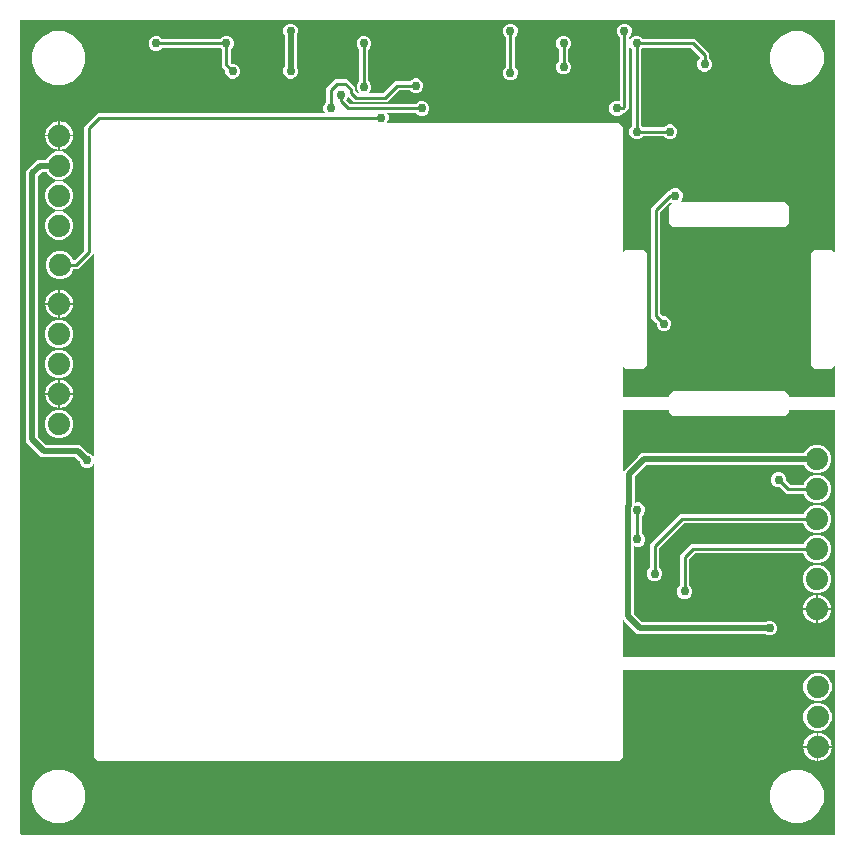
<source format=gbr>
G04 EAGLE Gerber RS-274X export*
G75*
%MOMM*%
%FSLAX34Y34*%
%LPD*%
%INBottom Copper*%
%IPPOS*%
%AMOC8*
5,1,8,0,0,1.08239X$1,22.5*%
G01*
%ADD10C,1.879600*%
%ADD11C,0.756400*%
%ADD12C,0.254000*%
%ADD13C,0.508000*%

G36*
X694589Y5092D02*
X694589Y5092D01*
X694640Y5094D01*
X694672Y5112D01*
X694708Y5120D01*
X694747Y5153D01*
X694792Y5177D01*
X694813Y5207D01*
X694841Y5230D01*
X694862Y5277D01*
X694892Y5319D01*
X694900Y5361D01*
X694912Y5389D01*
X694911Y5419D01*
X694919Y5461D01*
X694919Y144111D01*
X694908Y144161D01*
X694906Y144212D01*
X694888Y144244D01*
X694880Y144280D01*
X694847Y144319D01*
X694823Y144364D01*
X694793Y144385D01*
X694770Y144413D01*
X694723Y144434D01*
X694681Y144464D01*
X694639Y144472D01*
X694611Y144484D01*
X694581Y144483D01*
X694539Y144491D01*
X515842Y144491D01*
X515792Y144480D01*
X515741Y144478D01*
X515709Y144460D01*
X515673Y144452D01*
X515634Y144419D01*
X515589Y144395D01*
X515568Y144365D01*
X515540Y144342D01*
X515519Y144295D01*
X515489Y144253D01*
X515481Y144211D01*
X515469Y144183D01*
X515470Y144153D01*
X515462Y144111D01*
X515462Y70738D01*
X512262Y67538D01*
X70738Y67538D01*
X67538Y70738D01*
X67538Y318179D01*
X67532Y318204D01*
X67535Y318229D01*
X67513Y318287D01*
X67499Y318347D01*
X67482Y318367D01*
X67473Y318391D01*
X67428Y318433D01*
X67389Y318481D01*
X67365Y318492D01*
X67346Y318509D01*
X67287Y318527D01*
X67230Y318552D01*
X67205Y318551D01*
X67180Y318558D01*
X67119Y318548D01*
X67057Y318545D01*
X67035Y318533D01*
X67009Y318529D01*
X66938Y318480D01*
X66905Y318463D01*
X66899Y318454D01*
X66889Y318447D01*
X65082Y316640D01*
X62758Y315677D01*
X60242Y315677D01*
X57918Y316640D01*
X56140Y318418D01*
X55177Y320742D01*
X55177Y320980D01*
X55160Y321054D01*
X55147Y321129D01*
X55140Y321139D01*
X55138Y321149D01*
X55114Y321178D01*
X55066Y321249D01*
X51507Y324808D01*
X51442Y324848D01*
X51380Y324892D01*
X51368Y324894D01*
X51360Y324899D01*
X51323Y324903D01*
X51238Y324919D01*
X22895Y324919D01*
X9919Y337895D01*
X9919Y567105D01*
X19395Y576581D01*
X26887Y576581D01*
X26948Y576595D01*
X27012Y576602D01*
X27032Y576615D01*
X27055Y576620D01*
X27104Y576661D01*
X27158Y576695D01*
X27173Y576717D01*
X27189Y576730D01*
X27204Y576765D01*
X27238Y576815D01*
X27879Y578363D01*
X31237Y581721D01*
X35625Y583539D01*
X40375Y583539D01*
X44763Y581721D01*
X48121Y578363D01*
X49939Y573975D01*
X49939Y569225D01*
X48121Y564837D01*
X44763Y561479D01*
X40375Y559661D01*
X35625Y559661D01*
X31237Y561479D01*
X27879Y564837D01*
X27321Y566185D01*
X27284Y566236D01*
X27253Y566292D01*
X27234Y566306D01*
X27220Y566325D01*
X27164Y566355D01*
X27112Y566392D01*
X27085Y566397D01*
X27067Y566407D01*
X27029Y566408D01*
X26969Y566419D01*
X23762Y566419D01*
X23688Y566402D01*
X23613Y566389D01*
X23603Y566382D01*
X23593Y566380D01*
X23564Y566356D01*
X23493Y566308D01*
X20192Y563007D01*
X20152Y562942D01*
X20108Y562880D01*
X20106Y562868D01*
X20101Y562860D01*
X20097Y562823D01*
X20081Y562738D01*
X20081Y342262D01*
X20098Y342188D01*
X20111Y342113D01*
X20118Y342103D01*
X20120Y342093D01*
X20144Y342064D01*
X20192Y341993D01*
X26993Y335192D01*
X27058Y335152D01*
X27120Y335108D01*
X27132Y335106D01*
X27140Y335101D01*
X27177Y335097D01*
X27262Y335081D01*
X55605Y335081D01*
X62251Y328434D01*
X62316Y328394D01*
X62378Y328350D01*
X62390Y328348D01*
X62398Y328343D01*
X62435Y328339D01*
X62520Y328323D01*
X62758Y328323D01*
X65082Y327360D01*
X66889Y325553D01*
X66911Y325539D01*
X66927Y325519D01*
X66984Y325494D01*
X67036Y325461D01*
X67062Y325459D01*
X67086Y325448D01*
X67147Y325450D01*
X67209Y325445D01*
X67233Y325454D01*
X67259Y325455D01*
X67313Y325484D01*
X67371Y325506D01*
X67388Y325525D01*
X67411Y325537D01*
X67446Y325588D01*
X67488Y325633D01*
X67496Y325658D01*
X67511Y325679D01*
X67527Y325764D01*
X67538Y325799D01*
X67536Y325809D01*
X67538Y325821D01*
X67538Y496231D01*
X67532Y496256D01*
X67535Y496282D01*
X67513Y496340D01*
X67499Y496400D01*
X67482Y496420D01*
X67473Y496444D01*
X67428Y496486D01*
X67389Y496533D01*
X67365Y496544D01*
X67346Y496562D01*
X67287Y496579D01*
X67230Y496604D01*
X67205Y496603D01*
X67180Y496611D01*
X67119Y496600D01*
X67057Y496598D01*
X67035Y496585D01*
X67009Y496581D01*
X66938Y496533D01*
X66905Y496515D01*
X66899Y496507D01*
X66889Y496500D01*
X56422Y486033D01*
X54078Y483689D01*
X50098Y483689D01*
X50036Y483675D01*
X49973Y483668D01*
X49953Y483655D01*
X49929Y483650D01*
X49880Y483609D01*
X49827Y483575D01*
X49812Y483553D01*
X49796Y483540D01*
X49780Y483505D01*
X49747Y483455D01*
X48621Y480737D01*
X45263Y477379D01*
X40875Y475561D01*
X36125Y475561D01*
X31737Y477379D01*
X28379Y480737D01*
X26561Y485125D01*
X26561Y489875D01*
X28379Y494263D01*
X31737Y497621D01*
X36125Y499439D01*
X40875Y499439D01*
X45263Y497621D01*
X48621Y494263D01*
X49747Y491545D01*
X49784Y491494D01*
X49814Y491438D01*
X49834Y491424D01*
X49848Y491405D01*
X49904Y491375D01*
X49956Y491338D01*
X49982Y491333D01*
X50001Y491323D01*
X50038Y491322D01*
X50098Y491311D01*
X50764Y491311D01*
X50838Y491328D01*
X50913Y491341D01*
X50923Y491348D01*
X50933Y491350D01*
X50962Y491374D01*
X51033Y491422D01*
X59078Y499467D01*
X59118Y499532D01*
X59162Y499594D01*
X59164Y499606D01*
X59169Y499614D01*
X59173Y499651D01*
X59189Y499736D01*
X59189Y604578D01*
X70422Y615811D01*
X262330Y615811D01*
X262355Y615817D01*
X262381Y615814D01*
X262438Y615836D01*
X262498Y615850D01*
X262518Y615867D01*
X262543Y615876D01*
X262584Y615921D01*
X262632Y615960D01*
X262643Y615984D01*
X262660Y616003D01*
X262678Y616062D01*
X262703Y616119D01*
X262702Y616145D01*
X262709Y616170D01*
X262699Y616230D01*
X262696Y616292D01*
X262684Y616315D01*
X262679Y616340D01*
X262661Y616367D01*
X261677Y618742D01*
X261677Y621258D01*
X262640Y623582D01*
X264078Y625020D01*
X264087Y625034D01*
X264091Y625038D01*
X264097Y625050D01*
X264118Y625084D01*
X264162Y625146D01*
X264164Y625158D01*
X264169Y625167D01*
X264173Y625204D01*
X264189Y625288D01*
X264189Y637078D01*
X271922Y644811D01*
X281578Y644811D01*
X288811Y637578D01*
X288811Y634668D01*
X288828Y634594D01*
X288841Y634519D01*
X288848Y634509D01*
X288850Y634499D01*
X288874Y634470D01*
X288922Y634399D01*
X290475Y632846D01*
X290540Y632806D01*
X290602Y632762D01*
X290614Y632760D01*
X290622Y632755D01*
X290659Y632751D01*
X290744Y632735D01*
X291406Y632735D01*
X291431Y632741D01*
X291456Y632738D01*
X291514Y632760D01*
X291574Y632774D01*
X291594Y632791D01*
X291618Y632800D01*
X291660Y632845D01*
X291708Y632884D01*
X291719Y632908D01*
X291736Y632927D01*
X291754Y632986D01*
X291779Y633043D01*
X291778Y633068D01*
X291785Y633093D01*
X291775Y633154D01*
X291772Y633216D01*
X291760Y633238D01*
X291756Y633264D01*
X291707Y633335D01*
X291690Y633368D01*
X291681Y633374D01*
X291674Y633384D01*
X290640Y634418D01*
X289677Y636742D01*
X289677Y639258D01*
X290640Y641582D01*
X292078Y643020D01*
X292118Y643084D01*
X292162Y643146D01*
X292164Y643158D01*
X292169Y643167D01*
X292173Y643204D01*
X292189Y643288D01*
X292189Y669712D01*
X292172Y669785D01*
X292159Y669860D01*
X292152Y669870D01*
X292150Y669880D01*
X292126Y669909D01*
X292078Y669980D01*
X290640Y671418D01*
X289677Y673742D01*
X289677Y676258D01*
X290640Y678582D01*
X292418Y680360D01*
X294742Y681323D01*
X297258Y681323D01*
X299582Y680360D01*
X301360Y678582D01*
X302323Y676258D01*
X302323Y673742D01*
X301360Y671418D01*
X299922Y669980D01*
X299882Y669916D01*
X299838Y669854D01*
X299836Y669842D01*
X299831Y669833D01*
X299827Y669796D01*
X299811Y669712D01*
X299811Y643288D01*
X299828Y643214D01*
X299841Y643140D01*
X299848Y643130D01*
X299850Y643120D01*
X299874Y643091D01*
X299922Y643020D01*
X301360Y641582D01*
X302323Y639258D01*
X302323Y636742D01*
X301360Y634418D01*
X300326Y633384D01*
X300312Y633362D01*
X300292Y633346D01*
X300267Y633289D01*
X300234Y633237D01*
X300232Y633211D01*
X300221Y633187D01*
X300223Y633126D01*
X300218Y633064D01*
X300227Y633040D01*
X300228Y633014D01*
X300257Y632960D01*
X300279Y632902D01*
X300298Y632885D01*
X300310Y632862D01*
X300361Y632827D01*
X300406Y632785D01*
X300431Y632777D01*
X300452Y632762D01*
X300537Y632746D01*
X300572Y632735D01*
X300582Y632737D01*
X300594Y632735D01*
X312188Y632735D01*
X312262Y632752D01*
X312337Y632765D01*
X312347Y632772D01*
X312357Y632774D01*
X312386Y632798D01*
X312457Y632846D01*
X322422Y642811D01*
X334712Y642811D01*
X334786Y642828D01*
X334860Y642841D01*
X334870Y642848D01*
X334880Y642850D01*
X334909Y642874D01*
X334980Y642922D01*
X336418Y644360D01*
X338742Y645323D01*
X341258Y645323D01*
X343582Y644360D01*
X345360Y642582D01*
X346323Y640258D01*
X346323Y637742D01*
X345360Y635418D01*
X343582Y633640D01*
X341258Y632677D01*
X338742Y632677D01*
X336418Y633640D01*
X334980Y635078D01*
X334916Y635118D01*
X334854Y635162D01*
X334842Y635164D01*
X334833Y635169D01*
X334796Y635173D01*
X334712Y635189D01*
X325736Y635189D01*
X325662Y635172D01*
X325587Y635159D01*
X325577Y635152D01*
X325567Y635150D01*
X325538Y635126D01*
X325467Y635078D01*
X315502Y625113D01*
X287429Y625113D01*
X283533Y629010D01*
X283072Y629471D01*
X283039Y629491D01*
X283013Y629519D01*
X282967Y629536D01*
X282925Y629562D01*
X282887Y629566D01*
X282851Y629579D01*
X282802Y629574D01*
X282752Y629579D01*
X282717Y629565D01*
X282678Y629561D01*
X282637Y629534D01*
X282591Y629517D01*
X282564Y629489D01*
X282532Y629468D01*
X282498Y629417D01*
X282473Y629390D01*
X282467Y629370D01*
X282452Y629347D01*
X281860Y627918D01*
X281184Y627243D01*
X281157Y627199D01*
X281123Y627162D01*
X281112Y627127D01*
X281093Y627095D01*
X281088Y627045D01*
X281074Y626996D01*
X281080Y626960D01*
X281076Y626923D01*
X281095Y626875D01*
X281103Y626825D01*
X281127Y626790D01*
X281138Y626761D01*
X281160Y626740D01*
X281184Y626705D01*
X283967Y623922D01*
X284032Y623882D01*
X284094Y623838D01*
X284106Y623836D01*
X284114Y623831D01*
X284151Y623827D01*
X284236Y623811D01*
X339712Y623811D01*
X339786Y623828D01*
X339860Y623841D01*
X339870Y623848D01*
X339880Y623850D01*
X339909Y623874D01*
X339980Y623922D01*
X341418Y625360D01*
X343742Y626323D01*
X346258Y626323D01*
X348582Y625360D01*
X350360Y623582D01*
X351323Y621258D01*
X351323Y618742D01*
X350360Y616418D01*
X348582Y614640D01*
X346258Y613677D01*
X343742Y613677D01*
X341418Y614640D01*
X339980Y616078D01*
X339916Y616118D01*
X339854Y616162D01*
X339842Y616164D01*
X339833Y616169D01*
X339796Y616173D01*
X339712Y616189D01*
X316170Y616189D01*
X316145Y616183D01*
X316119Y616186D01*
X316062Y616164D01*
X316002Y616150D01*
X315982Y616133D01*
X315957Y616124D01*
X315916Y616079D01*
X315868Y616040D01*
X315857Y616016D01*
X315840Y615997D01*
X315822Y615938D01*
X315797Y615881D01*
X315798Y615855D01*
X315791Y615830D01*
X315801Y615770D01*
X315804Y615708D01*
X315816Y615685D01*
X315821Y615660D01*
X315839Y615633D01*
X316823Y613258D01*
X316823Y610742D01*
X315860Y608418D01*
X315553Y608111D01*
X315539Y608089D01*
X315519Y608073D01*
X315494Y608016D01*
X315461Y607964D01*
X315459Y607938D01*
X315448Y607914D01*
X315450Y607853D01*
X315445Y607791D01*
X315454Y607767D01*
X315455Y607741D01*
X315484Y607687D01*
X315506Y607629D01*
X315525Y607612D01*
X315537Y607589D01*
X315588Y607554D01*
X315633Y607512D01*
X315658Y607504D01*
X315679Y607489D01*
X315764Y607473D01*
X315799Y607462D01*
X315809Y607464D01*
X315821Y607462D01*
X512262Y607462D01*
X515462Y604262D01*
X515462Y499104D01*
X515468Y499079D01*
X515465Y499053D01*
X515487Y498995D01*
X515501Y498935D01*
X515518Y498915D01*
X515527Y498891D01*
X515572Y498849D01*
X515611Y498801D01*
X515635Y498791D01*
X515654Y498773D01*
X515713Y498756D01*
X515770Y498730D01*
X515795Y498731D01*
X515820Y498724D01*
X515881Y498735D01*
X515943Y498737D01*
X515965Y498749D01*
X515991Y498754D01*
X516062Y498802D01*
X516095Y498820D01*
X516101Y498828D01*
X516111Y498835D01*
X517738Y500462D01*
X532262Y500462D01*
X535462Y497262D01*
X535462Y402738D01*
X532262Y399538D01*
X517738Y399538D01*
X516111Y401165D01*
X516089Y401179D01*
X516073Y401199D01*
X516016Y401224D01*
X515964Y401256D01*
X515938Y401259D01*
X515914Y401270D01*
X515853Y401267D01*
X515791Y401273D01*
X515767Y401264D01*
X515741Y401263D01*
X515687Y401233D01*
X515629Y401211D01*
X515612Y401192D01*
X515589Y401180D01*
X515554Y401130D01*
X515512Y401084D01*
X515504Y401060D01*
X515489Y401038D01*
X515473Y400954D01*
X515462Y400918D01*
X515464Y400908D01*
X515462Y400896D01*
X515462Y375889D01*
X515473Y375839D01*
X515475Y375788D01*
X515493Y375756D01*
X515501Y375720D01*
X515534Y375681D01*
X515558Y375636D01*
X515588Y375615D01*
X515611Y375587D01*
X515658Y375566D01*
X515700Y375536D01*
X515742Y375528D01*
X515770Y375516D01*
X515800Y375517D01*
X515842Y375509D01*
X554158Y375509D01*
X554208Y375520D01*
X554259Y375522D01*
X554291Y375540D01*
X554327Y375548D01*
X554366Y375581D01*
X554411Y375605D01*
X554432Y375635D01*
X554460Y375658D01*
X554481Y375705D01*
X554511Y375747D01*
X554519Y375789D01*
X554531Y375817D01*
X554530Y375847D01*
X554538Y375889D01*
X554538Y377262D01*
X557738Y380462D01*
X652262Y380462D01*
X655462Y377262D01*
X655462Y375889D01*
X655473Y375839D01*
X655475Y375788D01*
X655493Y375756D01*
X655501Y375720D01*
X655534Y375681D01*
X655558Y375636D01*
X655588Y375615D01*
X655611Y375587D01*
X655658Y375566D01*
X655700Y375536D01*
X655742Y375528D01*
X655770Y375516D01*
X655800Y375517D01*
X655842Y375509D01*
X694539Y375509D01*
X694589Y375520D01*
X694640Y375522D01*
X694672Y375540D01*
X694708Y375548D01*
X694747Y375581D01*
X694792Y375605D01*
X694813Y375635D01*
X694841Y375658D01*
X694862Y375705D01*
X694892Y375747D01*
X694900Y375789D01*
X694912Y375817D01*
X694911Y375847D01*
X694919Y375889D01*
X694919Y401277D01*
X694913Y401302D01*
X694916Y401328D01*
X694894Y401386D01*
X694880Y401446D01*
X694863Y401466D01*
X694854Y401490D01*
X694809Y401532D01*
X694770Y401580D01*
X694746Y401590D01*
X694727Y401608D01*
X694668Y401625D01*
X694611Y401651D01*
X694586Y401650D01*
X694561Y401657D01*
X694500Y401646D01*
X694438Y401644D01*
X694416Y401632D01*
X694390Y401627D01*
X694319Y401579D01*
X694286Y401561D01*
X694280Y401553D01*
X694270Y401546D01*
X692262Y399538D01*
X677738Y399538D01*
X674538Y402738D01*
X674538Y497262D01*
X677738Y500462D01*
X692262Y500462D01*
X694270Y498454D01*
X694292Y498440D01*
X694308Y498420D01*
X694365Y498395D01*
X694417Y498363D01*
X694443Y498360D01*
X694467Y498349D01*
X694528Y498352D01*
X694590Y498346D01*
X694614Y498355D01*
X694640Y498356D01*
X694694Y498386D01*
X694752Y498408D01*
X694769Y498427D01*
X694792Y498439D01*
X694827Y498489D01*
X694869Y498535D01*
X694877Y498559D01*
X694892Y498581D01*
X694908Y498665D01*
X694919Y498701D01*
X694917Y498711D01*
X694919Y498723D01*
X694919Y694539D01*
X694908Y694589D01*
X694906Y694640D01*
X694888Y694672D01*
X694880Y694708D01*
X694847Y694747D01*
X694823Y694792D01*
X694793Y694813D01*
X694770Y694841D01*
X694723Y694862D01*
X694681Y694892D01*
X694639Y694900D01*
X694611Y694912D01*
X694581Y694911D01*
X694539Y694919D01*
X5461Y694919D01*
X5411Y694908D01*
X5360Y694906D01*
X5328Y694888D01*
X5292Y694880D01*
X5253Y694847D01*
X5208Y694823D01*
X5187Y694793D01*
X5159Y694770D01*
X5138Y694723D01*
X5108Y694681D01*
X5100Y694639D01*
X5088Y694611D01*
X5089Y694581D01*
X5081Y694539D01*
X5081Y5461D01*
X5092Y5411D01*
X5094Y5360D01*
X5112Y5328D01*
X5120Y5292D01*
X5153Y5253D01*
X5177Y5208D01*
X5207Y5187D01*
X5230Y5159D01*
X5277Y5138D01*
X5319Y5108D01*
X5361Y5100D01*
X5389Y5088D01*
X5419Y5089D01*
X5461Y5081D01*
X694539Y5081D01*
X694589Y5092D01*
G37*
G36*
X694589Y155520D02*
X694589Y155520D01*
X694640Y155522D01*
X694672Y155540D01*
X694708Y155548D01*
X694747Y155581D01*
X694792Y155605D01*
X694813Y155635D01*
X694841Y155658D01*
X694862Y155705D01*
X694892Y155747D01*
X694900Y155789D01*
X694912Y155817D01*
X694911Y155847D01*
X694919Y155889D01*
X694919Y364111D01*
X694908Y364161D01*
X694906Y364212D01*
X694888Y364244D01*
X694880Y364280D01*
X694847Y364319D01*
X694823Y364364D01*
X694793Y364385D01*
X694770Y364413D01*
X694723Y364434D01*
X694681Y364464D01*
X694639Y364472D01*
X694611Y364484D01*
X694581Y364483D01*
X694539Y364491D01*
X655842Y364491D01*
X655792Y364480D01*
X655741Y364478D01*
X655709Y364460D01*
X655673Y364452D01*
X655634Y364419D01*
X655589Y364395D01*
X655568Y364365D01*
X655540Y364342D01*
X655519Y364295D01*
X655489Y364253D01*
X655481Y364211D01*
X655469Y364183D01*
X655470Y364153D01*
X655462Y364111D01*
X655462Y362738D01*
X652262Y359538D01*
X557738Y359538D01*
X554538Y362738D01*
X554538Y364111D01*
X554527Y364161D01*
X554525Y364212D01*
X554507Y364244D01*
X554499Y364280D01*
X554466Y364319D01*
X554442Y364364D01*
X554412Y364385D01*
X554389Y364413D01*
X554342Y364434D01*
X554300Y364464D01*
X554258Y364472D01*
X554230Y364484D01*
X554200Y364483D01*
X554158Y364491D01*
X515842Y364491D01*
X515792Y364480D01*
X515741Y364478D01*
X515709Y364460D01*
X515673Y364452D01*
X515634Y364419D01*
X515589Y364395D01*
X515568Y364365D01*
X515540Y364342D01*
X515519Y364295D01*
X515489Y364253D01*
X515481Y364211D01*
X515469Y364183D01*
X515470Y364153D01*
X515462Y364111D01*
X515462Y313565D01*
X515468Y313540D01*
X515465Y313514D01*
X515487Y313456D01*
X515501Y313396D01*
X515518Y313376D01*
X515527Y313352D01*
X515572Y313310D01*
X515611Y313263D01*
X515635Y313252D01*
X515654Y313234D01*
X515713Y313217D01*
X515770Y313192D01*
X515795Y313193D01*
X515820Y313185D01*
X515881Y313196D01*
X515943Y313198D01*
X515965Y313211D01*
X515991Y313215D01*
X516062Y313263D01*
X516095Y313281D01*
X516101Y313289D01*
X516111Y313296D01*
X527808Y324993D01*
X530895Y328081D01*
X668428Y328081D01*
X668490Y328095D01*
X668553Y328102D01*
X668573Y328115D01*
X668597Y328120D01*
X668646Y328161D01*
X668699Y328195D01*
X668714Y328217D01*
X668730Y328230D01*
X668746Y328265D01*
X668779Y328315D01*
X669379Y329763D01*
X672737Y333121D01*
X677125Y334939D01*
X681875Y334939D01*
X686263Y333121D01*
X689621Y329763D01*
X691439Y325375D01*
X691439Y320625D01*
X689621Y316237D01*
X686263Y312879D01*
X681875Y311061D01*
X677125Y311061D01*
X672737Y312879D01*
X669379Y316237D01*
X668779Y317685D01*
X668742Y317736D01*
X668712Y317792D01*
X668692Y317806D01*
X668678Y317825D01*
X668622Y317855D01*
X668570Y317892D01*
X668544Y317897D01*
X668525Y317907D01*
X668488Y317908D01*
X668428Y317919D01*
X535262Y317919D01*
X535188Y317902D01*
X535113Y317889D01*
X535103Y317882D01*
X535093Y317880D01*
X535064Y317856D01*
X534993Y317808D01*
X525192Y308007D01*
X525183Y307993D01*
X525180Y307990D01*
X525177Y307982D01*
X525152Y307942D01*
X525108Y307880D01*
X525106Y307868D01*
X525101Y307860D01*
X525097Y307823D01*
X525081Y307738D01*
X525081Y286411D01*
X525090Y286373D01*
X525088Y286335D01*
X525109Y286290D01*
X525120Y286242D01*
X525145Y286212D01*
X525161Y286177D01*
X525199Y286146D01*
X525230Y286108D01*
X525266Y286093D01*
X525295Y286068D01*
X525344Y286058D01*
X525389Y286037D01*
X525427Y286039D01*
X525465Y286030D01*
X525524Y286043D01*
X525562Y286044D01*
X525580Y286054D01*
X525607Y286059D01*
X526242Y286323D01*
X528758Y286323D01*
X531082Y285360D01*
X532860Y283582D01*
X533823Y281258D01*
X533823Y278742D01*
X532860Y276418D01*
X531422Y274980D01*
X531382Y274916D01*
X531338Y274854D01*
X531336Y274842D01*
X531331Y274833D01*
X531327Y274796D01*
X531319Y274753D01*
X531318Y274750D01*
X531318Y274748D01*
X531311Y274712D01*
X531311Y260288D01*
X531328Y260214D01*
X531341Y260140D01*
X531348Y260130D01*
X531350Y260120D01*
X531374Y260091D01*
X531422Y260020D01*
X532860Y258582D01*
X533823Y256258D01*
X533823Y253742D01*
X532860Y251418D01*
X531082Y249640D01*
X528758Y248677D01*
X526242Y248677D01*
X525261Y249084D01*
X525223Y249090D01*
X525187Y249106D01*
X525138Y249104D01*
X525090Y249112D01*
X525053Y249101D01*
X525014Y249099D01*
X524971Y249076D01*
X524924Y249061D01*
X524896Y249035D01*
X524862Y249017D01*
X524834Y248976D01*
X524798Y248942D01*
X524784Y248906D01*
X524762Y248875D01*
X524751Y248815D01*
X524738Y248780D01*
X524740Y248759D01*
X524735Y248733D01*
X524735Y192262D01*
X524752Y192188D01*
X524765Y192113D01*
X524772Y192103D01*
X524774Y192093D01*
X524798Y192064D01*
X524846Y191993D01*
X531647Y185192D01*
X531712Y185152D01*
X531774Y185108D01*
X531786Y185106D01*
X531794Y185101D01*
X531831Y185097D01*
X531916Y185081D01*
X635482Y185081D01*
X635556Y185098D01*
X635630Y185111D01*
X635640Y185118D01*
X635650Y185120D01*
X635679Y185144D01*
X635750Y185192D01*
X635918Y185360D01*
X638242Y186323D01*
X640758Y186323D01*
X643082Y185360D01*
X644860Y183582D01*
X645823Y181258D01*
X645823Y178742D01*
X644860Y176418D01*
X643082Y174640D01*
X640758Y173677D01*
X638242Y173677D01*
X635918Y174640D01*
X635750Y174808D01*
X635686Y174848D01*
X635624Y174892D01*
X635612Y174894D01*
X635603Y174899D01*
X635566Y174903D01*
X635482Y174919D01*
X527549Y174919D01*
X516111Y186358D01*
X516089Y186372D01*
X516073Y186391D01*
X516016Y186417D01*
X516013Y186419D01*
X515994Y186432D01*
X515990Y186433D01*
X515964Y186449D01*
X515938Y186452D01*
X515914Y186462D01*
X515853Y186460D01*
X515791Y186466D01*
X515767Y186457D01*
X515741Y186456D01*
X515687Y186426D01*
X515629Y186404D01*
X515612Y186385D01*
X515589Y186373D01*
X515554Y186323D01*
X515551Y186319D01*
X515540Y186310D01*
X515537Y186305D01*
X515512Y186277D01*
X515504Y186252D01*
X515489Y186231D01*
X515478Y186173D01*
X515469Y186152D01*
X515469Y186135D01*
X515462Y186111D01*
X515464Y186101D01*
X515462Y186089D01*
X515462Y155889D01*
X515473Y155839D01*
X515475Y155788D01*
X515493Y155756D01*
X515501Y155720D01*
X515534Y155681D01*
X515558Y155636D01*
X515588Y155615D01*
X515611Y155587D01*
X515658Y155566D01*
X515700Y155536D01*
X515742Y155528D01*
X515770Y155516D01*
X515800Y155517D01*
X515842Y155509D01*
X694539Y155509D01*
X694589Y155520D01*
G37*
%LPC*%
G36*
X548742Y431177D02*
X548742Y431177D01*
X546418Y432140D01*
X544640Y433918D01*
X543677Y436242D01*
X543677Y438276D01*
X543660Y438350D01*
X543647Y438425D01*
X543640Y438435D01*
X543638Y438445D01*
X543614Y438474D01*
X543566Y438545D01*
X539378Y442733D01*
X539378Y535767D01*
X553422Y549811D01*
X554212Y549811D01*
X554286Y549828D01*
X554360Y549841D01*
X554370Y549848D01*
X554380Y549850D01*
X554409Y549874D01*
X554480Y549922D01*
X555918Y551360D01*
X558242Y552323D01*
X560758Y552323D01*
X563082Y551360D01*
X564860Y549582D01*
X565823Y547258D01*
X565823Y544742D01*
X564860Y542418D01*
X563553Y541111D01*
X563541Y541093D01*
X563530Y541084D01*
X563529Y541080D01*
X563519Y541073D01*
X563494Y541016D01*
X563461Y540964D01*
X563459Y540938D01*
X563448Y540914D01*
X563450Y540853D01*
X563445Y540791D01*
X563454Y540767D01*
X563455Y540741D01*
X563484Y540687D01*
X563506Y540629D01*
X563525Y540612D01*
X563537Y540589D01*
X563588Y540554D01*
X563633Y540512D01*
X563658Y540504D01*
X563679Y540489D01*
X563764Y540473D01*
X563799Y540462D01*
X563809Y540464D01*
X563821Y540462D01*
X652262Y540462D01*
X655462Y537262D01*
X655462Y522738D01*
X652262Y519538D01*
X557738Y519538D01*
X554538Y522738D01*
X554538Y537262D01*
X556928Y539652D01*
X556949Y539685D01*
X556977Y539712D01*
X556994Y539758D01*
X557020Y539800D01*
X557023Y539838D01*
X557037Y539874D01*
X557032Y539923D01*
X557036Y539972D01*
X557023Y540008D01*
X557019Y540046D01*
X556992Y540088D01*
X556975Y540134D01*
X556947Y540160D01*
X556926Y540193D01*
X556875Y540226D01*
X556848Y540252D01*
X556828Y540258D01*
X556805Y540273D01*
X555918Y540640D01*
X555743Y540816D01*
X555699Y540843D01*
X555662Y540877D01*
X555627Y540888D01*
X555595Y540907D01*
X555545Y540912D01*
X555496Y540926D01*
X555459Y540920D01*
X555423Y540924D01*
X555375Y540905D01*
X555325Y540897D01*
X555290Y540873D01*
X555261Y540862D01*
X555240Y540840D01*
X555205Y540816D01*
X547111Y532722D01*
X547071Y532657D01*
X547027Y532595D01*
X547025Y532583D01*
X547020Y532575D01*
X547016Y532538D01*
X547000Y532453D01*
X547000Y446047D01*
X547017Y445973D01*
X547030Y445898D01*
X547037Y445888D01*
X547039Y445878D01*
X547063Y445849D01*
X547111Y445778D01*
X548955Y443934D01*
X549020Y443894D01*
X549082Y443850D01*
X549094Y443848D01*
X549102Y443843D01*
X549139Y443839D01*
X549224Y443823D01*
X551258Y443823D01*
X553582Y442860D01*
X555360Y441082D01*
X556323Y438758D01*
X556323Y436242D01*
X555360Y433918D01*
X553582Y432140D01*
X551258Y431177D01*
X548742Y431177D01*
G37*
%LPD*%
%LPC*%
G36*
X525742Y593677D02*
X525742Y593677D01*
X523418Y594640D01*
X521640Y596418D01*
X520677Y598742D01*
X520677Y601258D01*
X521640Y603582D01*
X523078Y605020D01*
X523118Y605084D01*
X523162Y605146D01*
X523164Y605158D01*
X523169Y605167D01*
X523173Y605204D01*
X523189Y605288D01*
X523189Y669712D01*
X523172Y669785D01*
X523159Y669860D01*
X523152Y669870D01*
X523150Y669880D01*
X523126Y669909D01*
X523078Y669980D01*
X521640Y671418D01*
X521042Y672861D01*
X521035Y672872D01*
X521032Y672884D01*
X520985Y672942D01*
X520941Y673002D01*
X520930Y673008D01*
X520922Y673018D01*
X520854Y673048D01*
X520788Y673083D01*
X520775Y673084D01*
X520763Y673089D01*
X520689Y673086D01*
X520615Y673088D01*
X520603Y673083D01*
X520590Y673082D01*
X520525Y673047D01*
X520458Y673016D01*
X520449Y673006D01*
X520438Y673000D01*
X520396Y672939D01*
X520349Y672881D01*
X520346Y672868D01*
X520338Y672858D01*
X520311Y672716D01*
X520311Y619922D01*
X516578Y616189D01*
X515288Y616189D01*
X515214Y616172D01*
X515140Y616159D01*
X515130Y616152D01*
X515120Y616150D01*
X515091Y616126D01*
X515020Y616078D01*
X513582Y614640D01*
X511258Y613677D01*
X508742Y613677D01*
X506418Y614640D01*
X504640Y616418D01*
X503677Y618742D01*
X503677Y621258D01*
X504640Y623582D01*
X506418Y625360D01*
X508742Y626323D01*
X511258Y626323D01*
X512163Y625948D01*
X512201Y625941D01*
X512237Y625926D01*
X512286Y625927D01*
X512334Y625919D01*
X512371Y625931D01*
X512410Y625932D01*
X512453Y625956D01*
X512500Y625970D01*
X512528Y625997D01*
X512562Y626015D01*
X512590Y626055D01*
X512626Y626089D01*
X512639Y626125D01*
X512662Y626157D01*
X512673Y626216D01*
X512686Y626252D01*
X512684Y626272D01*
X512689Y626299D01*
X512689Y680212D01*
X512672Y680286D01*
X512659Y680360D01*
X512652Y680370D01*
X512650Y680380D01*
X512626Y680409D01*
X512578Y680480D01*
X511140Y681918D01*
X510177Y684242D01*
X510177Y686758D01*
X511140Y689082D01*
X512918Y690860D01*
X515242Y691823D01*
X517758Y691823D01*
X520082Y690860D01*
X521860Y689082D01*
X522823Y686758D01*
X522823Y684242D01*
X521860Y681918D01*
X520422Y680480D01*
X520382Y680416D01*
X520338Y680354D01*
X520336Y680342D01*
X520331Y680333D01*
X520327Y680296D01*
X520311Y680212D01*
X520311Y677284D01*
X520314Y677272D01*
X520312Y677259D01*
X520333Y677188D01*
X520350Y677116D01*
X520358Y677106D01*
X520362Y677093D01*
X520413Y677039D01*
X520460Y676982D01*
X520472Y676977D01*
X520481Y676967D01*
X520551Y676941D01*
X520619Y676911D01*
X520632Y676912D01*
X520644Y676907D01*
X520717Y676915D01*
X520792Y676918D01*
X520803Y676924D01*
X520816Y676925D01*
X520879Y676965D01*
X520944Y677000D01*
X520951Y677011D01*
X520962Y677018D01*
X521042Y677139D01*
X521640Y678582D01*
X523418Y680360D01*
X525742Y681323D01*
X528258Y681323D01*
X530582Y680360D01*
X531881Y679061D01*
X531945Y679021D01*
X532007Y678977D01*
X532019Y678975D01*
X532028Y678970D01*
X532065Y678966D01*
X532150Y678950D01*
X575940Y678950D01*
X578283Y676606D01*
X585967Y668922D01*
X588311Y666578D01*
X588311Y662788D01*
X588328Y662714D01*
X588341Y662640D01*
X588348Y662630D01*
X588350Y662620D01*
X588374Y662591D01*
X588422Y662520D01*
X589860Y661082D01*
X590823Y658758D01*
X590823Y656242D01*
X589860Y653918D01*
X588082Y652140D01*
X585758Y651177D01*
X583242Y651177D01*
X580918Y652140D01*
X579140Y653918D01*
X578177Y656242D01*
X578177Y658758D01*
X579140Y661082D01*
X580578Y662520D01*
X580618Y662584D01*
X580662Y662646D01*
X580664Y662658D01*
X580669Y662667D01*
X580673Y662704D01*
X580689Y662788D01*
X580689Y663264D01*
X580672Y663338D01*
X580659Y663413D01*
X580652Y663423D01*
X580650Y663433D01*
X580626Y663462D01*
X580578Y663533D01*
X572894Y671217D01*
X572829Y671257D01*
X572767Y671301D01*
X572755Y671303D01*
X572747Y671308D01*
X572710Y671312D01*
X572625Y671328D01*
X532427Y671328D01*
X532353Y671311D01*
X532279Y671298D01*
X532268Y671291D01*
X532259Y671289D01*
X532230Y671265D01*
X532159Y671217D01*
X530922Y669980D01*
X530882Y669916D01*
X530838Y669854D01*
X530836Y669842D01*
X530831Y669833D01*
X530827Y669796D01*
X530811Y669712D01*
X530811Y605288D01*
X530828Y605214D01*
X530841Y605140D01*
X530848Y605130D01*
X530850Y605120D01*
X530874Y605091D01*
X530922Y605020D01*
X532020Y603922D01*
X532084Y603882D01*
X532146Y603838D01*
X532158Y603836D01*
X532167Y603831D01*
X532204Y603827D01*
X532288Y603811D01*
X549712Y603811D01*
X549786Y603828D01*
X549860Y603841D01*
X549870Y603848D01*
X549880Y603850D01*
X549909Y603874D01*
X549980Y603922D01*
X551418Y605360D01*
X553742Y606323D01*
X556258Y606323D01*
X558582Y605360D01*
X560360Y603582D01*
X561323Y601258D01*
X561323Y598742D01*
X560360Y596418D01*
X558582Y594640D01*
X556258Y593677D01*
X553742Y593677D01*
X551418Y594640D01*
X549980Y596078D01*
X549916Y596118D01*
X549854Y596162D01*
X549842Y596164D01*
X549833Y596169D01*
X549796Y596173D01*
X549712Y596189D01*
X532288Y596189D01*
X532214Y596172D01*
X532140Y596159D01*
X532130Y596152D01*
X532120Y596150D01*
X532091Y596126D01*
X532020Y596078D01*
X530582Y594640D01*
X528258Y593677D01*
X525742Y593677D01*
G37*
%LPD*%
%LPC*%
G36*
X540742Y219677D02*
X540742Y219677D01*
X538418Y220640D01*
X536640Y222418D01*
X535677Y224742D01*
X535677Y227258D01*
X536640Y229582D01*
X538078Y231020D01*
X538118Y231084D01*
X538162Y231146D01*
X538164Y231158D01*
X538169Y231167D01*
X538173Y231204D01*
X538189Y231288D01*
X538189Y251078D01*
X563522Y276411D01*
X668068Y276411D01*
X668130Y276425D01*
X668193Y276432D01*
X668213Y276445D01*
X668236Y276450D01*
X668285Y276491D01*
X668339Y276525D01*
X668354Y276547D01*
X668370Y276560D01*
X668385Y276595D01*
X668419Y276645D01*
X669379Y278963D01*
X672737Y282321D01*
X677125Y284139D01*
X681875Y284139D01*
X686263Y282321D01*
X689621Y278963D01*
X691439Y274575D01*
X691439Y269825D01*
X689621Y265437D01*
X686263Y262079D01*
X681875Y260261D01*
X677125Y260261D01*
X672737Y262079D01*
X669379Y265437D01*
X668088Y268555D01*
X668051Y268606D01*
X668020Y268662D01*
X668001Y268676D01*
X667987Y268695D01*
X667930Y268725D01*
X667879Y268762D01*
X667852Y268767D01*
X667834Y268777D01*
X667796Y268778D01*
X667736Y268789D01*
X566836Y268789D01*
X566762Y268772D01*
X566687Y268759D01*
X566677Y268752D01*
X566667Y268750D01*
X566638Y268726D01*
X566567Y268678D01*
X545922Y248033D01*
X545882Y247968D01*
X545838Y247906D01*
X545836Y247894D01*
X545831Y247886D01*
X545827Y247849D01*
X545811Y247764D01*
X545811Y231288D01*
X545824Y231231D01*
X545824Y231229D01*
X545825Y231228D01*
X545828Y231214D01*
X545841Y231140D01*
X545848Y231130D01*
X545850Y231120D01*
X545874Y231091D01*
X545922Y231020D01*
X547360Y229582D01*
X548323Y227258D01*
X548323Y224742D01*
X547360Y222418D01*
X545582Y220640D01*
X543258Y219677D01*
X540742Y219677D01*
G37*
%LPD*%
%LPC*%
G36*
X33008Y639919D02*
X33008Y639919D01*
X24709Y643357D01*
X18357Y649709D01*
X14919Y658008D01*
X14919Y666992D01*
X18357Y675291D01*
X24709Y681643D01*
X33008Y685081D01*
X41992Y685081D01*
X50291Y681643D01*
X56643Y675291D01*
X60081Y666992D01*
X60081Y658008D01*
X56643Y649709D01*
X50291Y643357D01*
X41992Y639919D01*
X33008Y639919D01*
G37*
%LPD*%
%LPC*%
G36*
X658008Y639919D02*
X658008Y639919D01*
X649709Y643357D01*
X643357Y649709D01*
X639919Y658008D01*
X639919Y666992D01*
X643357Y675291D01*
X649709Y681643D01*
X658008Y685081D01*
X666992Y685081D01*
X675291Y681643D01*
X681643Y675291D01*
X685081Y666992D01*
X685081Y658008D01*
X681643Y649709D01*
X675291Y643357D01*
X666992Y639919D01*
X658008Y639919D01*
G37*
%LPD*%
%LPC*%
G36*
X33008Y14919D02*
X33008Y14919D01*
X24709Y18357D01*
X18357Y24709D01*
X14919Y33008D01*
X14919Y41992D01*
X18357Y50291D01*
X24709Y56643D01*
X33008Y60081D01*
X41992Y60081D01*
X50291Y56643D01*
X56643Y50291D01*
X60081Y41992D01*
X60081Y33008D01*
X56643Y24709D01*
X50291Y18357D01*
X41992Y14919D01*
X33008Y14919D01*
G37*
%LPD*%
%LPC*%
G36*
X658008Y14919D02*
X658008Y14919D01*
X649709Y18357D01*
X643357Y24709D01*
X639919Y33008D01*
X639919Y41992D01*
X643357Y50291D01*
X649709Y56643D01*
X658008Y60081D01*
X666992Y60081D01*
X675291Y56643D01*
X681643Y50291D01*
X685081Y41992D01*
X685081Y33008D01*
X681643Y24709D01*
X675291Y18357D01*
X666992Y14919D01*
X658008Y14919D01*
G37*
%LPD*%
%LPC*%
G36*
X566242Y204677D02*
X566242Y204677D01*
X563918Y205640D01*
X562140Y207418D01*
X561177Y209742D01*
X561177Y212258D01*
X562140Y214582D01*
X563578Y216020D01*
X563618Y216084D01*
X563662Y216146D01*
X563664Y216158D01*
X563669Y216167D01*
X563673Y216204D01*
X563689Y216288D01*
X563689Y241578D01*
X572922Y250811D01*
X667985Y250811D01*
X668047Y250825D01*
X668110Y250832D01*
X668130Y250845D01*
X668154Y250850D01*
X668203Y250891D01*
X668256Y250925D01*
X668271Y250947D01*
X668287Y250960D01*
X668303Y250995D01*
X668336Y251045D01*
X669379Y253563D01*
X672737Y256921D01*
X677125Y258739D01*
X681875Y258739D01*
X686263Y256921D01*
X689621Y253563D01*
X691439Y249175D01*
X691439Y244425D01*
X689621Y240037D01*
X686263Y236679D01*
X681875Y234861D01*
X677125Y234861D01*
X672737Y236679D01*
X669379Y240037D01*
X668170Y242955D01*
X668133Y243006D01*
X668103Y243062D01*
X668083Y243076D01*
X668069Y243095D01*
X668013Y243125D01*
X667961Y243162D01*
X667935Y243167D01*
X667916Y243177D01*
X667879Y243178D01*
X667819Y243189D01*
X576236Y243189D01*
X576162Y243172D01*
X576087Y243159D01*
X576077Y243152D01*
X576067Y243150D01*
X576038Y243126D01*
X575967Y243078D01*
X571422Y238533D01*
X571382Y238468D01*
X571338Y238406D01*
X571336Y238394D01*
X571331Y238386D01*
X571327Y238349D01*
X571311Y238264D01*
X571311Y216288D01*
X571328Y216214D01*
X571341Y216140D01*
X571348Y216130D01*
X571350Y216120D01*
X571374Y216091D01*
X571422Y216020D01*
X572860Y214582D01*
X573823Y212258D01*
X573823Y209742D01*
X572860Y207418D01*
X571082Y205640D01*
X568758Y204677D01*
X566242Y204677D01*
G37*
%LPD*%
%LPC*%
G36*
X183742Y645177D02*
X183742Y645177D01*
X181418Y646140D01*
X179640Y647918D01*
X178677Y650242D01*
X178677Y652276D01*
X178665Y652328D01*
X178664Y652367D01*
X178654Y652385D01*
X178647Y652425D01*
X178640Y652435D01*
X178638Y652445D01*
X178614Y652474D01*
X178566Y652545D01*
X175689Y655422D01*
X175689Y669712D01*
X175672Y669785D01*
X175659Y669860D01*
X175652Y669870D01*
X175650Y669880D01*
X175626Y669909D01*
X175578Y669980D01*
X174480Y671078D01*
X174416Y671118D01*
X174354Y671162D01*
X174342Y671164D01*
X174333Y671169D01*
X174296Y671173D01*
X174212Y671189D01*
X125288Y671189D01*
X125214Y671172D01*
X125140Y671159D01*
X125130Y671152D01*
X125120Y671150D01*
X125091Y671126D01*
X125020Y671078D01*
X123582Y669640D01*
X121258Y668677D01*
X118742Y668677D01*
X116418Y669640D01*
X114640Y671418D01*
X113677Y673742D01*
X113677Y676258D01*
X114640Y678582D01*
X116418Y680360D01*
X118742Y681323D01*
X121258Y681323D01*
X123582Y680360D01*
X125020Y678922D01*
X125084Y678882D01*
X125146Y678838D01*
X125158Y678836D01*
X125167Y678831D01*
X125204Y678827D01*
X125288Y678811D01*
X174212Y678811D01*
X174286Y678828D01*
X174360Y678841D01*
X174370Y678848D01*
X174380Y678850D01*
X174409Y678874D01*
X174480Y678922D01*
X175918Y680360D01*
X178242Y681323D01*
X180758Y681323D01*
X183082Y680360D01*
X184860Y678582D01*
X185823Y676258D01*
X185823Y673742D01*
X184860Y671418D01*
X183422Y669980D01*
X183382Y669916D01*
X183338Y669854D01*
X183336Y669842D01*
X183331Y669833D01*
X183327Y669796D01*
X183311Y669712D01*
X183311Y658736D01*
X183328Y658662D01*
X183329Y658658D01*
X183330Y658630D01*
X183335Y658619D01*
X183341Y658587D01*
X183348Y658577D01*
X183350Y658567D01*
X183374Y658538D01*
X183402Y658497D01*
X183413Y658478D01*
X183417Y658474D01*
X183422Y658467D01*
X183955Y657934D01*
X184020Y657894D01*
X184082Y657850D01*
X184094Y657848D01*
X184102Y657843D01*
X184139Y657839D01*
X184224Y657823D01*
X186258Y657823D01*
X188582Y656860D01*
X190360Y655082D01*
X191323Y652758D01*
X191323Y650242D01*
X190360Y647918D01*
X188582Y646140D01*
X186258Y645177D01*
X183742Y645177D01*
G37*
%LPD*%
%LPC*%
G36*
X677125Y285661D02*
X677125Y285661D01*
X672737Y287479D01*
X669379Y290837D01*
X668253Y293555D01*
X668216Y293606D01*
X668186Y293662D01*
X668166Y293676D01*
X668152Y293695D01*
X668096Y293725D01*
X668044Y293762D01*
X668018Y293767D01*
X667999Y293777D01*
X667962Y293778D01*
X667902Y293789D01*
X653322Y293789D01*
X648045Y299066D01*
X647980Y299106D01*
X647918Y299150D01*
X647906Y299152D01*
X647898Y299157D01*
X647861Y299161D01*
X647776Y299177D01*
X645742Y299177D01*
X643418Y300140D01*
X641640Y301918D01*
X640677Y304242D01*
X640677Y306758D01*
X641640Y309082D01*
X643418Y310860D01*
X645742Y311823D01*
X648258Y311823D01*
X650582Y310860D01*
X652360Y309082D01*
X653323Y306758D01*
X653323Y304724D01*
X653340Y304650D01*
X653342Y304641D01*
X653343Y304617D01*
X653347Y304608D01*
X653353Y304575D01*
X653360Y304565D01*
X653362Y304555D01*
X653386Y304526D01*
X653416Y304482D01*
X653425Y304465D01*
X653430Y304462D01*
X653434Y304455D01*
X656367Y301522D01*
X656432Y301482D01*
X656494Y301438D01*
X656506Y301436D01*
X656514Y301431D01*
X656551Y301427D01*
X656636Y301411D01*
X667902Y301411D01*
X667964Y301425D01*
X668027Y301432D01*
X668047Y301445D01*
X668071Y301450D01*
X668120Y301491D01*
X668173Y301525D01*
X668188Y301547D01*
X668204Y301560D01*
X668220Y301595D01*
X668253Y301645D01*
X669379Y304363D01*
X672737Y307721D01*
X677125Y309539D01*
X681875Y309539D01*
X686263Y307721D01*
X689621Y304363D01*
X691439Y299975D01*
X691439Y295225D01*
X689621Y290837D01*
X686263Y287479D01*
X681875Y285661D01*
X677125Y285661D01*
G37*
%LPD*%
%LPC*%
G36*
X232742Y645177D02*
X232742Y645177D01*
X230418Y646140D01*
X228640Y647918D01*
X227677Y650242D01*
X227677Y652758D01*
X228640Y655082D01*
X228808Y655250D01*
X228848Y655314D01*
X228892Y655376D01*
X228894Y655388D01*
X228899Y655397D01*
X228903Y655434D01*
X228919Y655518D01*
X228919Y681482D01*
X228902Y681556D01*
X228889Y681630D01*
X228882Y681640D01*
X228880Y681650D01*
X228856Y681679D01*
X228808Y681750D01*
X228640Y681918D01*
X227677Y684242D01*
X227677Y686758D01*
X228640Y689082D01*
X230418Y690860D01*
X232742Y691823D01*
X235258Y691823D01*
X237582Y690860D01*
X239360Y689082D01*
X240323Y686758D01*
X240323Y684242D01*
X239360Y681918D01*
X239192Y681750D01*
X239152Y681686D01*
X239108Y681624D01*
X239106Y681612D01*
X239101Y681603D01*
X239097Y681566D01*
X239081Y681482D01*
X239081Y655518D01*
X239098Y655444D01*
X239111Y655370D01*
X239118Y655360D01*
X239120Y655350D01*
X239144Y655321D01*
X239192Y655250D01*
X239360Y655082D01*
X240323Y652758D01*
X240323Y650242D01*
X239360Y647918D01*
X237582Y646140D01*
X235258Y645177D01*
X232742Y645177D01*
G37*
%LPD*%
%LPC*%
G36*
X35625Y417261D02*
X35625Y417261D01*
X31237Y419079D01*
X27879Y422437D01*
X26061Y426825D01*
X26061Y431575D01*
X27879Y435963D01*
X31237Y439321D01*
X35625Y441139D01*
X40375Y441139D01*
X44763Y439321D01*
X48121Y435963D01*
X49939Y431575D01*
X49939Y426825D01*
X48121Y422437D01*
X44763Y419079D01*
X40375Y417261D01*
X35625Y417261D01*
G37*
%LPD*%
%LPC*%
G36*
X677625Y118361D02*
X677625Y118361D01*
X673237Y120179D01*
X669879Y123537D01*
X668061Y127925D01*
X668061Y132675D01*
X669879Y137063D01*
X673237Y140421D01*
X677625Y142239D01*
X682375Y142239D01*
X686763Y140421D01*
X690121Y137063D01*
X691939Y132675D01*
X691939Y127925D01*
X690121Y123537D01*
X686763Y120179D01*
X682375Y118361D01*
X677625Y118361D01*
G37*
%LPD*%
%LPC*%
G36*
X677125Y209461D02*
X677125Y209461D01*
X672737Y211279D01*
X669379Y214637D01*
X667561Y219025D01*
X667561Y223775D01*
X669379Y228163D01*
X672737Y231521D01*
X677125Y233339D01*
X681875Y233339D01*
X686263Y231521D01*
X689621Y228163D01*
X691439Y223775D01*
X691439Y219025D01*
X689621Y214637D01*
X686263Y211279D01*
X681875Y209461D01*
X677125Y209461D01*
G37*
%LPD*%
%LPC*%
G36*
X35625Y534261D02*
X35625Y534261D01*
X31237Y536079D01*
X27879Y539437D01*
X26061Y543825D01*
X26061Y548575D01*
X27879Y552963D01*
X31237Y556321D01*
X35625Y558139D01*
X40375Y558139D01*
X44763Y556321D01*
X48121Y552963D01*
X49939Y548575D01*
X49939Y543825D01*
X48121Y539437D01*
X44763Y536079D01*
X40375Y534261D01*
X35625Y534261D01*
G37*
%LPD*%
%LPC*%
G36*
X35625Y508861D02*
X35625Y508861D01*
X31237Y510679D01*
X27879Y514037D01*
X26061Y518425D01*
X26061Y523175D01*
X27879Y527563D01*
X31237Y530921D01*
X35625Y532739D01*
X40375Y532739D01*
X44763Y530921D01*
X48121Y527563D01*
X49939Y523175D01*
X49939Y518425D01*
X48121Y514037D01*
X44763Y510679D01*
X40375Y508861D01*
X35625Y508861D01*
G37*
%LPD*%
%LPC*%
G36*
X35625Y391861D02*
X35625Y391861D01*
X31237Y393679D01*
X27879Y397037D01*
X26061Y401425D01*
X26061Y406175D01*
X27879Y410563D01*
X31237Y413921D01*
X35625Y415739D01*
X40375Y415739D01*
X44763Y413921D01*
X48121Y410563D01*
X49939Y406175D01*
X49939Y401425D01*
X48121Y397037D01*
X44763Y393679D01*
X40375Y391861D01*
X35625Y391861D01*
G37*
%LPD*%
%LPC*%
G36*
X35625Y341061D02*
X35625Y341061D01*
X31237Y342879D01*
X27879Y346237D01*
X26061Y350625D01*
X26061Y355375D01*
X27879Y359763D01*
X31237Y363121D01*
X35625Y364939D01*
X40375Y364939D01*
X44763Y363121D01*
X48121Y359763D01*
X49939Y355375D01*
X49939Y350625D01*
X48121Y346237D01*
X44763Y342879D01*
X40375Y341061D01*
X35625Y341061D01*
G37*
%LPD*%
%LPC*%
G36*
X677625Y92961D02*
X677625Y92961D01*
X673237Y94779D01*
X669879Y98137D01*
X668061Y102525D01*
X668061Y107275D01*
X669879Y111663D01*
X673237Y115021D01*
X677625Y116839D01*
X682375Y116839D01*
X686763Y115021D01*
X690121Y111663D01*
X691939Y107275D01*
X691939Y102525D01*
X690121Y98137D01*
X686763Y94779D01*
X682375Y92961D01*
X677625Y92961D01*
G37*
%LPD*%
%LPC*%
G36*
X418742Y643677D02*
X418742Y643677D01*
X416418Y644640D01*
X414640Y646418D01*
X413677Y648742D01*
X413677Y651258D01*
X414640Y653582D01*
X416078Y655020D01*
X416118Y655084D01*
X416162Y655146D01*
X416164Y655158D01*
X416169Y655167D01*
X416173Y655204D01*
X416177Y655223D01*
X416182Y655236D01*
X416182Y655250D01*
X416189Y655288D01*
X416189Y680212D01*
X416172Y680286D01*
X416159Y680360D01*
X416152Y680370D01*
X416150Y680380D01*
X416126Y680409D01*
X416078Y680480D01*
X414640Y681918D01*
X413677Y684242D01*
X413677Y686758D01*
X414640Y689082D01*
X416418Y690860D01*
X418742Y691823D01*
X421258Y691823D01*
X423582Y690860D01*
X425360Y689082D01*
X426323Y686758D01*
X426323Y684242D01*
X425360Y681918D01*
X423922Y680480D01*
X423882Y680416D01*
X423838Y680354D01*
X423836Y680342D01*
X423831Y680333D01*
X423827Y680296D01*
X423811Y680212D01*
X423811Y655288D01*
X423823Y655235D01*
X423824Y655208D01*
X423832Y655194D01*
X423841Y655140D01*
X423848Y655130D01*
X423850Y655120D01*
X423874Y655091D01*
X423922Y655020D01*
X425360Y653582D01*
X426323Y651258D01*
X426323Y648742D01*
X425360Y646418D01*
X423582Y644640D01*
X421258Y643677D01*
X418742Y643677D01*
G37*
%LPD*%
%LPC*%
G36*
X463742Y648677D02*
X463742Y648677D01*
X461418Y649640D01*
X459640Y651418D01*
X458677Y653742D01*
X458677Y656258D01*
X459640Y658582D01*
X461078Y660020D01*
X461118Y660084D01*
X461162Y660146D01*
X461164Y660158D01*
X461169Y660167D01*
X461173Y660204D01*
X461189Y660288D01*
X461189Y669712D01*
X461172Y669785D01*
X461159Y669860D01*
X461152Y669870D01*
X461150Y669880D01*
X461126Y669909D01*
X461078Y669980D01*
X459640Y671418D01*
X458677Y673742D01*
X458677Y676258D01*
X459640Y678582D01*
X461418Y680360D01*
X463742Y681323D01*
X466258Y681323D01*
X468582Y680360D01*
X470360Y678582D01*
X471323Y676258D01*
X471323Y673742D01*
X470360Y671418D01*
X468922Y669980D01*
X468882Y669916D01*
X468838Y669854D01*
X468836Y669842D01*
X468831Y669833D01*
X468827Y669796D01*
X468811Y669712D01*
X468811Y660288D01*
X468828Y660214D01*
X468841Y660140D01*
X468848Y660130D01*
X468850Y660120D01*
X468874Y660091D01*
X468922Y660020D01*
X470360Y658582D01*
X471323Y656258D01*
X471323Y653742D01*
X470360Y651418D01*
X468582Y649640D01*
X466258Y648677D01*
X463742Y648677D01*
G37*
%LPD*%
%LPC*%
G36*
X38761Y379161D02*
X38761Y379161D01*
X38761Y390339D01*
X38940Y390339D01*
X40796Y390045D01*
X42583Y389464D01*
X44257Y388611D01*
X45778Y387506D01*
X47106Y386178D01*
X48211Y384657D01*
X49064Y382983D01*
X49645Y381196D01*
X49939Y379340D01*
X49939Y379161D01*
X38761Y379161D01*
G37*
%LPD*%
%LPC*%
G36*
X680761Y80261D02*
X680761Y80261D01*
X680761Y91439D01*
X680940Y91439D01*
X682796Y91145D01*
X684583Y90564D01*
X686257Y89711D01*
X687778Y88606D01*
X689106Y87278D01*
X690211Y85757D01*
X691064Y84083D01*
X691645Y82296D01*
X691939Y80440D01*
X691939Y80261D01*
X680761Y80261D01*
G37*
%LPD*%
%LPC*%
G36*
X680261Y196761D02*
X680261Y196761D01*
X680261Y207939D01*
X680440Y207939D01*
X682296Y207645D01*
X684083Y207064D01*
X685757Y206211D01*
X687278Y205106D01*
X688606Y203778D01*
X689711Y202257D01*
X690564Y200583D01*
X691145Y198796D01*
X691439Y196940D01*
X691439Y196761D01*
X680261Y196761D01*
G37*
%LPD*%
%LPC*%
G36*
X38761Y597761D02*
X38761Y597761D01*
X38761Y608939D01*
X38940Y608939D01*
X40796Y608645D01*
X42583Y608064D01*
X44257Y607211D01*
X45778Y606106D01*
X47106Y604778D01*
X48211Y603257D01*
X49064Y601583D01*
X49645Y599796D01*
X49939Y597940D01*
X49939Y597761D01*
X38761Y597761D01*
G37*
%LPD*%
%LPC*%
G36*
X38761Y455361D02*
X38761Y455361D01*
X38761Y466539D01*
X38940Y466539D01*
X40796Y466245D01*
X42583Y465664D01*
X44257Y464811D01*
X45778Y463706D01*
X47106Y462378D01*
X48211Y460857D01*
X49064Y459183D01*
X49645Y457396D01*
X49939Y455540D01*
X49939Y455361D01*
X38761Y455361D01*
G37*
%LPD*%
%LPC*%
G36*
X38761Y442661D02*
X38761Y442661D01*
X38761Y453839D01*
X49939Y453839D01*
X49939Y453660D01*
X49645Y451804D01*
X49064Y450017D01*
X48211Y448343D01*
X47106Y446822D01*
X45778Y445494D01*
X44257Y444389D01*
X42583Y443536D01*
X40796Y442955D01*
X38940Y442661D01*
X38761Y442661D01*
G37*
%LPD*%
%LPC*%
G36*
X26061Y455361D02*
X26061Y455361D01*
X26061Y455540D01*
X26355Y457396D01*
X26936Y459183D01*
X27789Y460857D01*
X28894Y462378D01*
X30222Y463706D01*
X31743Y464811D01*
X33417Y465664D01*
X35204Y466245D01*
X37060Y466539D01*
X37239Y466539D01*
X37239Y455361D01*
X26061Y455361D01*
G37*
%LPD*%
%LPC*%
G36*
X38761Y585061D02*
X38761Y585061D01*
X38761Y596239D01*
X49939Y596239D01*
X49939Y596060D01*
X49645Y594204D01*
X49064Y592417D01*
X48211Y590743D01*
X47106Y589222D01*
X45778Y587894D01*
X44257Y586789D01*
X42583Y585936D01*
X40796Y585355D01*
X38940Y585061D01*
X38761Y585061D01*
G37*
%LPD*%
%LPC*%
G36*
X680261Y184061D02*
X680261Y184061D01*
X680261Y195239D01*
X691439Y195239D01*
X691439Y195060D01*
X691145Y193204D01*
X690564Y191417D01*
X689711Y189743D01*
X688606Y188222D01*
X687278Y186894D01*
X685757Y185789D01*
X684083Y184936D01*
X682296Y184355D01*
X680440Y184061D01*
X680261Y184061D01*
G37*
%LPD*%
%LPC*%
G36*
X26061Y597761D02*
X26061Y597761D01*
X26061Y597940D01*
X26355Y599796D01*
X26936Y601583D01*
X27789Y603257D01*
X28894Y604778D01*
X30222Y606106D01*
X31743Y607211D01*
X33417Y608064D01*
X35204Y608645D01*
X37060Y608939D01*
X37239Y608939D01*
X37239Y597761D01*
X26061Y597761D01*
G37*
%LPD*%
%LPC*%
G36*
X26061Y379161D02*
X26061Y379161D01*
X26061Y379340D01*
X26355Y381196D01*
X26936Y382983D01*
X27789Y384657D01*
X28894Y386178D01*
X30222Y387506D01*
X31743Y388611D01*
X33417Y389464D01*
X35204Y390045D01*
X37060Y390339D01*
X37239Y390339D01*
X37239Y379161D01*
X26061Y379161D01*
G37*
%LPD*%
%LPC*%
G36*
X668061Y80261D02*
X668061Y80261D01*
X668061Y80440D01*
X668355Y82296D01*
X668936Y84083D01*
X669789Y85757D01*
X670894Y87278D01*
X672222Y88606D01*
X673743Y89711D01*
X675417Y90564D01*
X677204Y91145D01*
X679060Y91439D01*
X679239Y91439D01*
X679239Y80261D01*
X668061Y80261D01*
G37*
%LPD*%
%LPC*%
G36*
X680761Y67561D02*
X680761Y67561D01*
X680761Y78739D01*
X691939Y78739D01*
X691939Y78560D01*
X691645Y76704D01*
X691064Y74917D01*
X690211Y73243D01*
X689106Y71722D01*
X687778Y70394D01*
X686257Y69289D01*
X684583Y68436D01*
X682796Y67855D01*
X680940Y67561D01*
X680761Y67561D01*
G37*
%LPD*%
%LPC*%
G36*
X38761Y366461D02*
X38761Y366461D01*
X38761Y377639D01*
X49939Y377639D01*
X49939Y377460D01*
X49645Y375604D01*
X49064Y373817D01*
X48211Y372143D01*
X47106Y370622D01*
X45778Y369294D01*
X44257Y368189D01*
X42583Y367336D01*
X40796Y366755D01*
X38940Y366461D01*
X38761Y366461D01*
G37*
%LPD*%
%LPC*%
G36*
X667561Y196761D02*
X667561Y196761D01*
X667561Y196940D01*
X667855Y198796D01*
X668436Y200583D01*
X669289Y202257D01*
X670394Y203778D01*
X671722Y205106D01*
X673243Y206211D01*
X674917Y207064D01*
X676704Y207645D01*
X678560Y207939D01*
X678739Y207939D01*
X678739Y196761D01*
X667561Y196761D01*
G37*
%LPD*%
%LPC*%
G36*
X37060Y442661D02*
X37060Y442661D01*
X35204Y442955D01*
X33417Y443536D01*
X31743Y444389D01*
X30222Y445494D01*
X28894Y446822D01*
X27789Y448343D01*
X26936Y450017D01*
X26355Y451804D01*
X26061Y453660D01*
X26061Y453839D01*
X37239Y453839D01*
X37239Y442661D01*
X37060Y442661D01*
G37*
%LPD*%
%LPC*%
G36*
X37060Y585061D02*
X37060Y585061D01*
X35204Y585355D01*
X33417Y585936D01*
X31743Y586789D01*
X30222Y587894D01*
X28894Y589222D01*
X27789Y590743D01*
X26936Y592417D01*
X26355Y594204D01*
X26061Y596060D01*
X26061Y596239D01*
X37239Y596239D01*
X37239Y585061D01*
X37060Y585061D01*
G37*
%LPD*%
%LPC*%
G36*
X678560Y184061D02*
X678560Y184061D01*
X676704Y184355D01*
X674917Y184936D01*
X673243Y185789D01*
X671722Y186894D01*
X670394Y188222D01*
X669289Y189743D01*
X668436Y191417D01*
X667855Y193204D01*
X667561Y195060D01*
X667561Y195239D01*
X678739Y195239D01*
X678739Y184061D01*
X678560Y184061D01*
G37*
%LPD*%
%LPC*%
G36*
X37060Y366461D02*
X37060Y366461D01*
X35204Y366755D01*
X33417Y367336D01*
X31743Y368189D01*
X30222Y369294D01*
X28894Y370622D01*
X27789Y372143D01*
X26936Y373817D01*
X26355Y375604D01*
X26061Y377460D01*
X26061Y377639D01*
X37239Y377639D01*
X37239Y366461D01*
X37060Y366461D01*
G37*
%LPD*%
%LPC*%
G36*
X679060Y67561D02*
X679060Y67561D01*
X677204Y67855D01*
X675417Y68436D01*
X673743Y69289D01*
X672222Y70394D01*
X670894Y71722D01*
X669789Y73243D01*
X668936Y74917D01*
X668355Y76704D01*
X668061Y78560D01*
X668061Y78739D01*
X679239Y78739D01*
X679239Y67561D01*
X679060Y67561D01*
G37*
%LPD*%
%LPC*%
G36*
X37999Y454599D02*
X37999Y454599D01*
X37999Y454601D01*
X38001Y454601D01*
X38001Y454599D01*
X37999Y454599D01*
G37*
%LPD*%
%LPC*%
G36*
X37999Y378399D02*
X37999Y378399D01*
X37999Y378401D01*
X38001Y378401D01*
X38001Y378399D01*
X37999Y378399D01*
G37*
%LPD*%
%LPC*%
G36*
X37999Y596999D02*
X37999Y596999D01*
X37999Y597001D01*
X38001Y597001D01*
X38001Y596999D01*
X37999Y596999D01*
G37*
%LPD*%
%LPC*%
G36*
X679499Y195999D02*
X679499Y195999D01*
X679499Y196001D01*
X679501Y196001D01*
X679501Y195999D01*
X679499Y195999D01*
G37*
%LPD*%
%LPC*%
G36*
X679999Y79499D02*
X679999Y79499D01*
X679999Y79501D01*
X680001Y79501D01*
X680001Y79499D01*
X679999Y79499D01*
G37*
%LPD*%
D10*
X38000Y597000D03*
X38000Y571600D03*
X38000Y546200D03*
X38000Y520800D03*
X38500Y487500D03*
X679500Y323000D03*
X679500Y297600D03*
X679500Y272200D03*
X679500Y246800D03*
X679500Y221400D03*
X679500Y196000D03*
X38000Y353000D03*
X38000Y378400D03*
X38000Y403800D03*
X38000Y429200D03*
X38000Y454600D03*
X680000Y79500D03*
X680000Y104900D03*
X680000Y130300D03*
D11*
X590000Y465000D03*
X590000Y435000D03*
X620000Y435000D03*
X620000Y465000D03*
X651500Y504000D03*
X125000Y662500D03*
X358000Y654000D03*
X139000Y634000D03*
X38000Y617000D03*
X74000Y644000D03*
X284000Y652500D03*
X488000Y654000D03*
X576500Y629500D03*
X555000Y211500D03*
X540000Y286500D03*
X100000Y40000D03*
X270000Y60000D03*
X430000Y55000D03*
X547000Y55000D03*
X525000Y160500D03*
X680000Y159500D03*
X600500Y160000D03*
X605000Y355000D03*
X525000Y355000D03*
X685000Y390000D03*
X525000Y390000D03*
X525000Y510000D03*
X685000Y510000D03*
X439500Y625000D03*
X685000Y355000D03*
X605000Y385000D03*
X516500Y685500D03*
D12*
X516500Y621500D01*
X515000Y620000D01*
D11*
X510000Y620000D03*
D12*
X515000Y620000D01*
D11*
X420000Y685500D03*
X420000Y650000D03*
X234000Y651500D03*
D13*
X234000Y685500D01*
D11*
X234000Y685500D03*
X550000Y437500D03*
D12*
X543189Y444311D02*
X543189Y534189D01*
X543189Y444311D02*
X550000Y437500D01*
X543189Y534189D02*
X555000Y546000D01*
X559500Y546000D01*
D11*
X559500Y546000D03*
D12*
X420000Y650000D02*
X420000Y685500D01*
D13*
X520000Y283596D02*
X519654Y283250D01*
X520000Y283596D02*
X520000Y310000D01*
X519654Y283250D02*
X519654Y190000D01*
X520000Y310000D02*
X533000Y323000D01*
X679500Y323000D01*
D11*
X639500Y180000D03*
D13*
X529654Y180000D01*
X519654Y190000D01*
X38000Y571600D02*
X37900Y571500D01*
X21500Y571500D01*
X15000Y565000D01*
X15000Y340000D01*
X25000Y330000D01*
X53500Y330000D01*
D11*
X61500Y322000D03*
D13*
X53500Y330000D01*
D11*
X527000Y675000D03*
X584500Y657500D03*
D12*
X584500Y665000D02*
X574361Y675139D01*
X527139Y675139D01*
X527000Y675000D01*
D11*
X527000Y600000D03*
D12*
X527000Y675000D01*
D11*
X296000Y638000D03*
D12*
X296000Y675000D01*
D11*
X465000Y655000D03*
X465000Y675000D03*
D12*
X465000Y655000D01*
D11*
X120000Y675000D03*
D12*
X179500Y675000D01*
D11*
X179500Y675000D03*
X296000Y675000D03*
X185000Y651500D03*
D12*
X179500Y657000D01*
X179500Y675000D01*
X584500Y665000D02*
X584500Y657500D01*
D11*
X555000Y600000D03*
D12*
X527000Y600000D01*
D11*
X340000Y639000D03*
X268000Y620000D03*
D12*
X324000Y639000D02*
X340000Y639000D01*
X280000Y641000D02*
X273500Y641000D01*
X268000Y635500D02*
X268000Y620000D01*
X313924Y628924D02*
X324000Y639000D01*
X313924Y628924D02*
X289008Y628924D01*
X285000Y632932D01*
X285000Y636000D01*
X280000Y641000D01*
X273500Y641000D02*
X268000Y635500D01*
D11*
X276500Y631500D03*
X345000Y620000D03*
D12*
X282500Y620000D01*
X276500Y626000D01*
X276500Y631500D01*
D11*
X310500Y612000D03*
D12*
X63000Y603000D02*
X63000Y498000D01*
X52500Y487500D01*
X38500Y487500D01*
X72000Y612000D02*
X310500Y612000D01*
X72000Y612000D02*
X63000Y603000D01*
D11*
X527500Y280000D03*
X527500Y255000D03*
D12*
X527500Y280000D01*
D11*
X542000Y226000D03*
D12*
X542000Y249500D01*
X565100Y272600D01*
X679100Y272600D02*
X679500Y272200D01*
X679100Y272600D02*
X565100Y272600D01*
D11*
X567500Y211000D03*
D12*
X567500Y240000D02*
X574500Y247000D01*
X679300Y247000D01*
X679500Y246800D01*
X567500Y240000D02*
X567500Y211000D01*
D11*
X647000Y305500D03*
D12*
X654900Y297600D01*
X679500Y297600D01*
M02*

</source>
